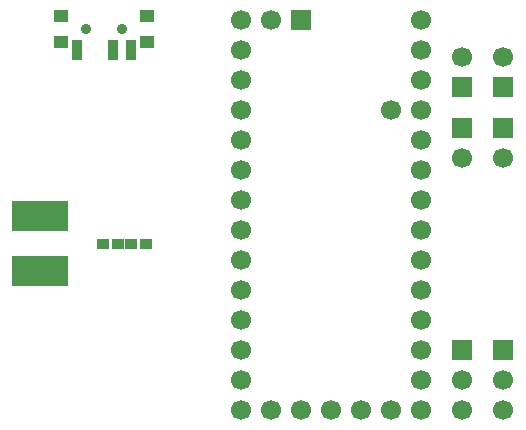
<source format=gbr>
G04 DipTrace 2.4.0.2*
%INBottomMask.gbr*%
%MOIN*%
%ADD56C,0.0354*%
%ADD81R,0.0354X0.0669*%
%ADD83R,0.0472X0.0394*%
%ADD101C,0.0669*%
%ADD107R,0.185X0.1001*%
%ADD109C,0.0669*%
%ADD111R,0.0669X0.0669*%
%ADD113R,0.0433X0.0354*%
%FSLAX44Y44*%
G04*
G70*
G90*
G75*
G01*
%LNBotMask*%
%LPD*%
D113*
X4594Y6281D3*
X4082D3*
D111*
X9750Y13750D3*
D109*
X8750D3*
D111*
X15125Y10125D3*
D109*
Y9125D3*
D111*
X16500Y10125D3*
D109*
Y9125D3*
D111*
X15125Y11500D3*
D109*
Y12500D3*
D111*
X16500Y11500D3*
D109*
Y12500D3*
D111*
X15125Y2750D3*
D109*
Y1750D3*
Y750D3*
D111*
X16500Y2750D3*
D109*
Y1750D3*
Y750D3*
D107*
X1063Y5359D3*
Y7203D3*
D113*
X3656Y6281D3*
X3144D3*
D101*
X12750Y10750D3*
D83*
X1750Y13000D3*
Y13866D3*
X4624Y13000D3*
Y13866D3*
D81*
X2301Y12744D3*
X3482D3*
X4073D3*
D56*
X2596Y13433D3*
X3778D3*
D109*
X7750Y13750D3*
Y12750D3*
Y11750D3*
Y10750D3*
Y9750D3*
Y8750D3*
Y7750D3*
Y6750D3*
Y5750D3*
Y4750D3*
Y3750D3*
Y2750D3*
Y1750D3*
Y750D3*
X13750D3*
Y1750D3*
Y2750D3*
Y3750D3*
Y4750D3*
Y5750D3*
Y6750D3*
Y7750D3*
Y8750D3*
Y9750D3*
Y10750D3*
Y11750D3*
Y12750D3*
Y13750D3*
X12750Y750D3*
X11750D3*
X10750D3*
X9750D3*
X8750D3*
M02*

</source>
